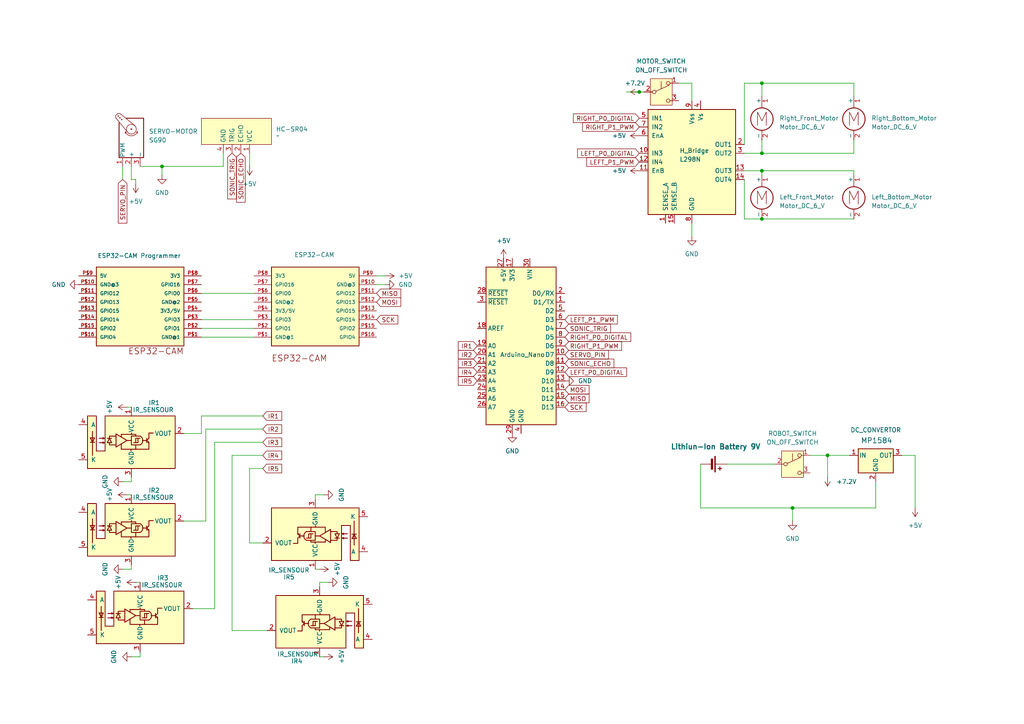
<source format=kicad_sch>
(kicad_sch (version 20231120) (generator "eeschema") (generator_version "8.0")
  (paper "A4")
  (lib_symbols
    (symbol "Device:Battery_Cell" (pin_numbers hide) (pin_names (offset 0) hide)
      (property "Reference" "BT" (at 2.54 2.54 0))
      (property "Value" "Battery_Cell" (at 2.54 0 0))
      (symbol "Battery_Cell_0_1"
        (rectangle (start -2.286 1.778) (end 2.286 1.524) (fill (type outline)))
        (rectangle (start -1.524 1.016) (end 1.524 0.508) (fill (type outline)))
        (polyline (pts (xy 0 0.762) (xy 0 0)))
        (polyline (pts (xy 0 1.778) (xy 0 2.54)))
        (polyline (pts (xy 0.762 3.048) (xy 1.778 3.048)) (stroke (width 0.254)))
        (polyline (pts (xy 1.27 3.556) (xy 1.27 2.54)) (stroke (width 0.254)))
      )
      (symbol "Battery_Cell_1_1"
        (pin passive line (at 0 5.08 270) (length 2.54) (name "+") (number "1"))
        (pin passive line (at 0 -2.54 90) (length 2.54) (name "-") (number "2"))
      )
    )
    (symbol "Driver_Motor:L298N" (pin_names (offset 1.016))
      (property "Reference" "U" (at -10.16 16.51 0))
      (property "Value" "L298N" (at 12.7 16.51 0))
      (symbol "L298N_0_1"
        (rectangle (start -12.7 15.24) (end 12.7 -15.24) (stroke (width 0.254)) (fill (type background)))
      )
      (symbol "L298N_1_1"
        (pin power_in line (at -7.62 -17.78 90) (length 2.54) (name "SENSE_A") (number "1"))
        (pin input line (at -15.24 2.54 0) (length 2.54) (name "IN3") (number "10"))
        (pin input line (at -15.24 -2.54 0) (length 2.54) (name "EnB") (number "11"))
        (pin input line (at -15.24 0 0) (length 2.54) (name "IN4") (number "12"))
        (pin output line (at 15.24 -2.54 180) (length 2.54) (name "OUT3") (number "13"))
        (pin output line (at 15.24 -5.08 180) (length 2.54) (name "OUT4") (number "14"))
        (pin power_in line (at -5.08 -17.78 90) (length 2.54) (name "SENSE_B") (number "15"))
        (pin output line (at 15.24 5.08 180) (length 2.54) (name "OUT1") (number "2"))
        (pin output line (at 15.24 2.54 180) (length 2.54) (name "OUT2") (number "3"))
        (pin power_in line (at 2.54 17.78 270) (length 2.54) (name "Vs") (number "4"))
        (pin input line (at -15.24 12.7 0) (length 2.54) (name "IN1") (number "5"))
        (pin input line (at -15.24 7.62 0) (length 2.54) (name "EnA") (number "6"))
        (pin input line (at -15.24 10.16 0) (length 2.54) (name "IN2") (number "7"))
        (pin power_in line (at 0 -17.78 90) (length 2.54) (name "GND") (number "8"))
        (pin power_in line (at 0 17.78 270) (length 2.54) (name "Vss") (number "9"))
      )
    )
    (symbol "ESP32-CAM:ESP32-CAM" (pin_names (offset 1.016))
      (property "Reference" "U" (at 0 0 0))
      (property "Value" "ESP32-CAM" (at 0 0 0))
      (symbol "ESP32-CAM_0_0"
        (rectangle (start -12.7 -10.16) (end 12.7 12.7) (stroke (width 0.254)) (fill (type background)))
        (text "ESP32-CAM" (at -12.7 15.24 0) (effects (font (size 1.778 1.778)) (justify left bottom)))
        (pin bidirectional line (at -17.78 10.16 0) (length 5.08) (name "GND@1") (number "P$1"))
        (pin bidirectional line (at 17.78 -5.08 180) (length 5.08) (name "GND@3") (number "P$10"))
        (pin bidirectional line (at 17.78 -2.54 180) (length 5.08) (name "GPIO12") (number "P$11"))
        (pin bidirectional line (at 17.78 0 180) (length 5.08) (name "GPIO13") (number "P$12"))
        (pin bidirectional line (at 17.78 2.54 180) (length 5.08) (name "GPIO15") (number "P$13"))
        (pin bidirectional line (at 17.78 5.08 180) (length 5.08) (name "GPIO14") (number "P$14"))
        (pin bidirectional line (at 17.78 7.62 180) (length 5.08) (name "GPIO2") (number "P$15"))
        (pin bidirectional line (at 17.78 10.16 180) (length 5.08) (name "GPIO4") (number "P$16"))
        (pin bidirectional line (at -17.78 7.62 0) (length 5.08) (name "GPIO1") (number "P$2"))
        (pin bidirectional line (at -17.78 5.08 0) (length 5.08) (name "GPIO3") (number "P$3"))
        (pin bidirectional line (at -17.78 2.54 0) (length 5.08) (name "3V3/5V") (number "P$4"))
        (pin bidirectional line (at -17.78 0 0) (length 5.08) (name "GND@2") (number "P$5"))
        (pin bidirectional line (at -17.78 -2.54 0) (length 5.08) (name "GPIO0") (number "P$6"))
        (pin bidirectional line (at -17.78 -5.08 0) (length 5.08) (name "GPIO16") (number "P$7"))
        (pin bidirectional line (at -17.78 -7.62 0) (length 5.08) (name "3V3") (number "P$8"))
        (pin bidirectional line (at 17.78 -7.62 180) (length 5.08) (name "5V") (number "P$9"))
      )
    )
    (symbol "MCU_Module:Arduino_Nano_v3.x"
      (property "Reference" "A" (at -10.16 23.495 0))
      (property "Value" "Arduino_Nano_v3.x" (at 5.08 -24.13 0))
      (symbol "Arduino_Nano_v3.x_0_1"
        (rectangle (start -10.16 22.86) (end 10.16 -22.86) (stroke (width 0.254)) (fill (type background)))
      )
      (symbol "Arduino_Nano_v3.x_1_1"
        (pin bidirectional line (at -12.7 12.7 0) (length 2.54) (name "D1/TX") (number "1"))
        (pin bidirectional line (at -12.7 -2.54 0) (length 2.54) (name "D7") (number "10"))
        (pin bidirectional line (at -12.7 -5.08 0) (length 2.54) (name "D8") (number "11"))
        (pin bidirectional line (at -12.7 -7.62 0) (length 2.54) (name "D9") (number "12"))
        (pin bidirectional line (at -12.7 -10.16 0) (length 2.54) (name "D10") (number "13"))
        (pin bidirectional line (at -12.7 -12.7 0) (length 2.54) (name "D11") (number "14"))
        (pin bidirectional line (at -12.7 -15.24 0) (length 2.54) (name "D12") (number "15"))
        (pin bidirectional line (at -12.7 -17.78 0) (length 2.54) (name "D13") (number "16"))
        (pin power_out line (at 2.54 25.4 270) (length 2.54) (name "3V3") (number "17"))
        (pin input line (at 12.7 5.08 180) (length 2.54) (name "AREF") (number "18"))
        (pin bidirectional line (at 12.7 0 180) (length 2.54) (name "A0") (number "19"))
        (pin bidirectional line (at -12.7 15.24 0) (length 2.54) (name "D0/RX") (number "2"))
        (pin bidirectional line (at 12.7 -2.54 180) (length 2.54) (name "A1") (number "20"))
        (pin bidirectional line (at 12.7 -5.08 180) (length 2.54) (name "A2") (number "21"))
        (pin bidirectional line (at 12.7 -7.62 180) (length 2.54) (name "A3") (number "22"))
        (pin bidirectional line (at 12.7 -10.16 180) (length 2.54) (name "A4") (number "23"))
        (pin bidirectional line (at 12.7 -12.7 180) (length 2.54) (name "A5") (number "24"))
        (pin bidirectional line (at 12.7 -15.24 180) (length 2.54) (name "A6") (number "25"))
        (pin bidirectional line (at 12.7 -17.78 180) (length 2.54) (name "A7") (number "26"))
        (pin power_out line (at 5.08 25.4 270) (length 2.54) (name "+5V") (number "27"))
        (pin input line (at 12.7 15.24 180) (length 2.54) (name "~{RESET}") (number "28"))
        (pin power_in line (at 2.54 -25.4 90) (length 2.54) (name "GND") (number "29"))
        (pin input line (at 12.7 12.7 180) (length 2.54) (name "~{RESET}") (number "3"))
        (pin power_in line (at -2.54 25.4 270) (length 2.54) (name "VIN") (number "30"))
        (pin power_in line (at 0 -25.4 90) (length 2.54) (name "GND") (number "4"))
        (pin bidirectional line (at -12.7 10.16 0) (length 2.54) (name "D2") (number "5"))
        (pin bidirectional line (at -12.7 7.62 0) (length 2.54) (name "D3") (number "6"))
        (pin bidirectional line (at -12.7 5.08 0) (length 2.54) (name "D4") (number "7"))
        (pin bidirectional line (at -12.7 2.54 0) (length 2.54) (name "D5") (number "8"))
        (pin bidirectional line (at -12.7 0 0) (length 2.54) (name "D6") (number "9"))
      )
    )
    (symbol "Motor:Motor_DC" (pin_names (offset 0))
      (property "Reference" "M" (at 2.54 2.54 0))
      (property "Value" "Motor_DC" (at 2.54 -5.08 0))
      (symbol "Motor_DC_0_0"
        (polyline (pts (xy -1.27 -3.302) (xy -1.27 0.508) (xy 0 -2.032) (xy 1.27 0.508) (xy 1.27 -3.302)))
      )
      (symbol "Motor_DC_0_1"
        (circle (center 0 -1.524) (radius 3.2512) (stroke (width 0.254)))
        (polyline (pts (xy 0 -7.62) (xy 0 -7.112)))
        (polyline (pts (xy 0 -4.7752) (xy 0 -5.1816)))
        (polyline (pts (xy 0 1.7272) (xy 0 2.0828)))
        (polyline (pts (xy 0 2.032) (xy 0 2.54)))
      )
      (symbol "Motor_DC_1_1"
        (pin passive line (at 0 5.08 270) (length 2.54) (name "+") (number "1"))
        (pin passive line (at 0 -7.62 90) (length 2.54) (name "-") (number "2"))
      )
    )
    (symbol "Motor:Motor_Servo" (pin_names (offset 0.0254))
      (property "Reference" "M" (at -5.08 4.445 0))
      (property "Value" "Motor_Servo" (at -5.08 -4.064 0))
      (symbol "Motor_Servo_0_1"
        (polyline (pts (xy 2.413 -1.778) (xy 2.032 -1.778)))
        (polyline (pts (xy 2.413 -1.778) (xy 2.286 -1.397)))
        (polyline (pts (xy 2.413 1.778) (xy 1.905 1.778)))
        (polyline (pts (xy 2.413 1.778) (xy 2.286 1.397)))
        (polyline (pts (xy 6.35 4.445) (xy 2.54 1.27)))
        (polyline (pts (xy 7.62 3.175) (xy 4.191 -1.016)))
        (polyline (pts (xy 5.08 3.556) (xy -5.08 3.556) (xy -5.08 -3.556) (xy 6.35 -3.556) (xy 6.35 1.524)) (stroke (width 0.254)))
        (arc (start 2.413 1.778) (mid 1.2406 0) (end 2.413 -1.778))
        (circle (center 3.175 0) (radius 0.1778))
        (circle (center 3.175 0) (radius 1.4224))
        (circle (center 5.969 2.794) (radius 0.127))
        (circle (center 6.477 3.302) (radius 0.127))
        (circle (center 6.985 3.81) (radius 0.127))
        (arc (start 7.62 3.175) (mid 7.4485 4.2735) (end 6.35 4.445))
      )
      (symbol "Motor_Servo_1_1"
        (pin passive line (at -7.62 2.54 0) (length 2.54) (name "PWM") (number "1"))
        (pin passive line (at -7.62 0 0) (length 2.54) (name "+") (number "2"))
        (pin passive line (at -7.62 -2.54 0) (length 2.54) (name "-") (number "3"))
      )
    )
    (symbol "Regulator_Switching:R-78C12-1.0" (pin_names (offset 0.254))
      (property "Reference" "U" (at -3.81 3.175 0))
      (property "Value" "R-78C12-1.0" (at 0 3.175 0))
      (symbol "R-78C12-1.0_0_1"
        (rectangle (start -5.08 1.905) (end 5.08 -5.08) (stroke (width 0.254)) (fill (type background)))
      )
      (symbol "R-78C12-1.0_1_1"
        (pin power_in line (at -7.62 0 0) (length 2.54) (name "IN") (number "1"))
        (pin power_in line (at 0 -7.62 90) (length 2.54) (name "GND") (number "2"))
        (pin power_out line (at 7.62 0 180) (length 2.54) (name "OUT") (number "3"))
      )
    )
    (symbol "Sensor_Distance:HC-SR04"
      (property "Reference" "HC-SR04" (at 1.016 -5.08 0))
      (symbol "HC-SR04_1_0"
        (pin power_in line (at -3.81 6.35 270) (length 2.54) (name "VCC") (number "1"))
      )
      (symbol "HC-SR04_1_1"
        (rectangle (start -10.16 3.81) (end 10.16 -3.81) (stroke (width 0) (color 132 0 0 1)) (fill (type background)))
        (pin input line (at -1.27 6.35 270) (length 2.54) (name "ECHO") (number "2"))
        (pin output line (at 1.27 6.35 270) (length 2.54) (name "TRIG") (number "3"))
        (pin power_in line (at 3.81 6.35 270) (length 2.54) (name "GND") (number "4"))
      )
    )
    (symbol "Sensor_Proximity:LG206D" (pin_names (offset 1.016))
      (property "Reference" "U" (at -11.43 8.89 0))
      (property "Value" "LG206D" (at 3.556 8.89 0))
      (symbol "LG206D_0_1"
        (polyline (pts (xy -11.9126 0) (xy -10.6426 0)) (stroke (width 0.254)))
        (polyline (pts (xy -11.2776 -3.81) (xy -11.2776 3.175)) (stroke (width 0.254)))
        (polyline (pts (xy -6.985 1.143) (xy -5.715 1.143)) (stroke (width 0.254)))
        (polyline (pts (xy -2.921 1.524) (xy -2.921 2.286)) (stroke (width 0.254)))
        (polyline (pts (xy -2.921 2.286) (xy 1.27 2.286)) (stroke (width 0.254)))
        (polyline (pts (xy -1.27 0.508) (xy 0 0.508)) (stroke (width 0.254)))
        (polyline (pts (xy -0.1016 -2.5146) (xy -0.1016 -2.0828)) (stroke (width 0.254)))
        (polyline (pts (xy 0 1.778) (xy 2.54 1.778)) (stroke (width 0.254)))
        (polyline (pts (xy 0.0254 2.3114) (xy 0.0254 2.7178)) (stroke (width 0.254)))
        (polyline (pts (xy 1.27 1.9304) (xy 1.27 2.286)) (stroke (width 0.254)))
        (polyline (pts (xy 3.175 0.508) (xy 4.445 0.508)) (stroke (width 0.254)))
        (polyline (pts (xy 4.445 0.508) (xy 5.08 -0.127)) (stroke (width 0.254)))
        (polyline (pts (xy 4.445 0.508) (xy 5.08 1.143)) (stroke (width 0.254)))
        (polyline (pts (xy 4.445 1.143) (xy 4.445 -0.127)) (stroke (width 0.254)))
        (polyline (pts (xy -9.3472 -0.127) (xy -7.8232 -0.127) (xy -8.2296 0.0762)) (stroke (width 0.254)))
        (polyline (pts (xy -9.3472 1.143) (xy -7.8232 1.143) (xy -8.2296 1.3462)) (stroke (width 0.254)))
        (polyline (pts (xy -8.2296 0.0762) (xy -8.2296 -0.3302) (xy -7.8232 -0.127)) (stroke (width 0.254)))
        (polyline (pts (xy -8.2296 1.3462) (xy -8.2296 0.9398) (xy -7.8232 1.143)) (stroke (width 0.254)))
        (polyline (pts (xy -6.35 -0.127) (xy -6.35 -0.762) (xy -4.445 -0.762)) (stroke (width 0.254)))
        (polyline (pts (xy -6.35 1.143) (xy -6.35 1.778) (xy -4.445 1.778)) (stroke (width 0.254)))
        (polyline (pts (xy 0 1.778) (xy 0 -0.762) (xy 2.54 -0.762)) (stroke (width 0.254)))
        (polyline (pts (xy 1.27 -2.032) (xy -2.921 -2.032) (xy -2.921 -0.508)) (stroke (width 0.254)))
        (polyline (pts (xy 1.905 1.143) (xy 1.27 1.143) (xy 1.27 -0.127)) (stroke (width 0.254)))
        (polyline (pts (xy 5.08 1.143) (xy 5.08 2.667) (xy 6.35 2.667)) (stroke (width 0.254)))
        (polyline (pts (xy -11.9126 1.27) (xy -10.6426 1.27) (xy -11.2776 0) (xy -11.9126 1.27)) (stroke (width 0.254)))
        (polyline (pts (xy -6.985 -0.127) (xy -5.715 -0.127) (xy -6.35 1.143) (xy -6.985 -0.127)) (stroke (width 0.254)))
        (polyline (pts (xy -4.445 2.413) (xy -4.445 -1.397) (xy -1.27 0.508) (xy -4.445 2.413)) (stroke (width 0.254)))
        (polyline (pts (xy 0.635 -0.127) (xy 1.905 -0.127) (xy 1.905 1.143) (xy 2.54 1.143)) (stroke (width 0.254)))
        (polyline (pts (xy 1.27 -0.762) (xy 1.27 -2.032) (xy 5.08 -2.032) (xy 5.08 -0.127)) (stroke (width 0.254)))
        (polyline (pts (xy 5.08 -0.127) (xy 4.826 -0.0762) (xy 5.0292 0.127) (xy 5.08 -0.127)) (stroke (width 0.254)))
        (polyline (pts (xy -12.7 -7.62) (xy 12.7 -7.62) (xy 12.7 7.62) (xy -7.62 7.62) (xy -7.62 -2.54) (xy -10.16 -2.54) (xy -10.16 7.62) (xy -12.7 7.62) (xy -12.7 -7.62)) (stroke (width 0.254)) (fill (type background)))
        (arc (start 2.54 -0.762) (mid 3.3249 0.508) (end 2.54 1.778) (stroke (width 0.254)))
      )
      (symbol "LG206D_1_1"
        (pin power_in line (at 0 10.16 270) (length 2.54) (name "VCC") (number "1"))
        (pin open_collector line (at 15.24 2.54 180) (length 2.54) (name "VOUT") (number "2"))
        (pin power_in line (at 0 -10.16 90) (length 2.54) (name "GND") (number "3"))
        (pin passive line (at -15.24 5.08 0) (length 2.54) (name "A") (number "4"))
        (pin passive line (at -15.24 -5.08 0) (length 2.54) (name "K") (number "5"))
      )
    )
    (symbol "Switch:SW_Push_SPDT" (pin_names (offset 0) hide)
      (property "Reference" "SW" (at 0 5.08 0))
      (property "Value" "SW_Push_SPDT" (at 0 -5.08 0))
      (symbol "SW_Push_SPDT_0_0"
        (circle (center -2.032 0) (radius 0.508))
        (polyline (pts (xy 0 1.016) (xy 0 3.048)))
        (circle (center 2.032 -2.54) (radius 0.508))
      )
      (symbol "SW_Push_SPDT_0_1"
        (polyline (pts (xy -1.524 0.2032) (xy 2.3368 1.9812)))
        (circle (center 2.032 2.54) (radius 0.508))
      )
      (symbol "SW_Push_SPDT_1_1"
        (rectangle (start -3.175 3.81) (end 3.175 -3.81) (fill (type background)))
        (pin passive line (at 5.08 2.54 180) (length 2.54) (name "A") (number "1"))
        (pin passive line (at -5.08 0 0) (length 2.54) (name "B") (number "2"))
        (pin passive line (at 5.08 -2.54 180) (length 2.54) (name "C") (number "3"))
      )
    )
    (symbol "power:+5V" (power) (pin_numbers hide) (pin_names (offset 0) hide)
      (property "Value" "+5V" (at 0 3.556 0))
      (symbol "+5V_0_1"
        (polyline (pts (xy -0.762 1.27) (xy 0 2.54)))
        (polyline (pts (xy 0 0) (xy 0 2.54)))
        (polyline (pts (xy 0 2.54) (xy 0.762 1.27)))
      )
      (symbol "+5V_1_1"
        (pin power_in line (at 0 0 90) (length 0) (name "~") (number "1"))
      )
    )
    (symbol "power:+9V" (power) (pin_numbers hide) (pin_names (offset 0) hide)
      (property "Value" "+9V" (at 0 3.556 0))
      (symbol "+9V_0_1"
        (polyline (pts (xy -0.762 1.27) (xy 0 2.54)))
        (polyline (pts (xy 0 0) (xy 0 2.54)))
        (polyline (pts (xy 0 2.54) (xy 0.762 1.27)))
      )
      (symbol "+9V_1_1"
        (pin power_in line (at 0 0 90) (length 0) (name "~") (number "1"))
      )
    )
    (symbol "power:GND" (power) (pin_numbers hide) (pin_names (offset 0) hide)
      (property "Value" "GND" (at 0 -3.81 0))
      (symbol "GND_0_1"
        (polyline (pts (xy 0 0) (xy 0 -1.27) (xy 1.27 -1.27) (xy 0 -2.54) (xy -1.27 -1.27) (xy 0 -1.27)))
      )
      (symbol "GND_1_1"
        (pin power_in line (at 0 0 270) (length 0) (name "~") (number "1"))
      )
    )
  )
  (junction (at 220.98 49.53))
  (junction (at 185.42 26.67))
  (junction (at 229.87 147.32))
  (junction (at 46.99 48.26))
  (junction (at 220.98 63.5))
  (junction (at 220.98 24.13))
  (junction (at 240.03 132.08))
  (junction (at 220.98 44.45))
  (wire (pts (xy 62.23 128.27) (xy 76.2 128.27)))
  (wire (pts (xy 92.71 168.91) (xy 92.71 170.18)))
  (wire (pts (xy 229.87 147.32) (xy 229.87 151.13)))
  (wire (pts (xy 185.42 26.67) (xy 186.69 26.67)))
  (wire (pts (xy 196.85 24.13) (xy 200.66 24.13)))
  (wire (pts (xy 39.37 52.07) (xy 39.37 53.34)))
  (wire (pts (xy 215.9 24.13) (xy 215.9 41.91)))
  (wire (pts (xy 59.69 124.46) (xy 76.2 124.46)))
  (wire (pts (xy 62.23 176.53) (xy 62.23 128.27)))
  (wire (pts (xy 203.2 134.62) (xy 203.2 147.32)))
  (wire (pts (xy 91.44 143.51) (xy 93.98 143.51)))
  (wire (pts (xy 53.34 151.13) (xy 59.69 151.13)))
  (wire (pts (xy 46.99 48.26) (xy 46.99 50.8)))
  (wire (pts (xy 58.42 125.73) (xy 58.42 120.65)))
  (wire (pts (xy 40.64 168.91) (xy 39.37 168.91)))
  (wire (pts (xy 39.37 52.07) (xy 38.1 52.07)))
  (wire (pts (xy 58.42 97.79) (xy 73.66 97.79)))
  (wire (pts (xy 72.39 157.48) (xy 72.39 135.89)))
  (wire (pts (xy 58.42 92.71) (xy 73.66 92.71)))
  (wire (pts (xy 77.47 182.88) (xy 67.31 182.88)))
  (wire (pts (xy 46.99 48.26) (xy 64.77 48.26)))
  (wire (pts (xy 220.98 50.8) (xy 220.98 49.53)))
  (wire (pts (xy 38.1 52.07) (xy 38.1 48.26)))
  (wire (pts (xy 109.22 80.01) (xy 111.76 80.01)))
  (wire (pts (xy 67.31 132.08) (xy 76.2 132.08)))
  (wire (pts (xy 261.62 132.08) (xy 265.43 132.08)))
  (wire (pts (xy 215.9 52.07) (xy 215.9 63.5)))
  (wire (pts (xy 40.64 190.5) (xy 38.1 190.5)))
  (wire (pts (xy 181.61 26.67) (xy 185.42 26.67)))
  (wire (pts (xy 200.66 24.13) (xy 200.66 29.21)))
  (wire (pts (xy 247.65 24.13) (xy 247.65 27.94)))
  (wire (pts (xy 246.38 132.08) (xy 240.03 132.08)))
  (wire (pts (xy 220.98 63.5) (xy 247.65 63.5)))
  (wire (pts (xy 72.39 44.45) (xy 72.39 48.26)))
  (wire (pts (xy 72.39 135.89) (xy 76.2 135.89)))
  (wire (pts (xy 91.44 143.51) (xy 91.44 144.78)))
  (wire (pts (xy 229.87 147.32) (xy 203.2 147.32)))
  (wire (pts (xy 38.1 165.1) (xy 35.56 165.1)))
  (wire (pts (xy 58.42 120.65) (xy 76.2 120.65)))
  (wire (pts (xy 92.71 168.91) (xy 95.25 168.91)))
  (wire (pts (xy 220.98 24.13) (xy 220.98 27.94)))
  (wire (pts (xy 38.1 143.51) (xy 36.83 143.51)))
  (wire (pts (xy 215.9 63.5) (xy 220.98 63.5)))
  (wire (pts (xy 67.31 182.88) (xy 67.31 132.08)))
  (wire (pts (xy 76.2 157.48) (xy 72.39 157.48)))
  (wire (pts (xy 220.98 49.53) (xy 247.65 49.53)))
  (wire (pts (xy 46.99 48.26) (xy 40.64 48.26)))
  (wire (pts (xy 215.9 49.53) (xy 220.98 49.53)))
  (wire (pts (xy 58.42 95.25) (xy 73.66 95.25)))
  (wire (pts (xy 38.1 165.1) (xy 38.1 163.83)))
  (wire (pts (xy 254 139.7) (xy 254 147.32)))
  (wire (pts (xy 240.03 132.08) (xy 240.03 138.43)))
  (wire (pts (xy 38.1 139.7) (xy 38.1 138.43)))
  (wire (pts (xy 109.22 82.55) (xy 111.76 82.55)))
  (wire (pts (xy 38.1 139.7) (xy 35.56 139.7)))
  (wire (pts (xy 215.9 24.13) (xy 220.98 24.13)))
  (wire (pts (xy 35.56 52.07) (xy 35.56 48.26)))
  (wire (pts (xy 234.95 132.08) (xy 240.03 132.08)))
  (wire (pts (xy 215.9 44.45) (xy 220.98 44.45)))
  (wire (pts (xy 265.43 132.08) (xy 265.43 147.32)))
  (wire (pts (xy 58.42 85.09) (xy 73.66 85.09)))
  (wire (pts (xy 64.77 48.26) (xy 64.77 44.45)))
  (wire (pts (xy 40.64 190.5) (xy 40.64 189.23)))
  (wire (pts (xy 220.98 24.13) (xy 247.65 24.13)))
  (wire (pts (xy 220.98 40.64) (xy 220.98 44.45)))
  (wire (pts (xy 247.65 44.45) (xy 247.65 40.64)))
  (wire (pts (xy 53.34 125.73) (xy 58.42 125.73)))
  (wire (pts (xy 220.98 44.45) (xy 247.65 44.45)))
  (wire (pts (xy 247.65 49.53) (xy 247.65 50.8)))
  (wire (pts (xy 92.71 190.5) (xy 93.98 190.5)))
  (wire (pts (xy 38.1 118.11) (xy 36.83 118.11)))
  (wire (pts (xy 91.44 165.1) (xy 92.71 165.1)))
  (wire (pts (xy 200.66 64.77) (xy 200.66 68.58)))
  (wire (pts (xy 210.82 134.62) (xy 224.79 134.62)))
  (wire (pts (xy 254 147.32) (xy 229.87 147.32)))
  (wire (pts (xy 55.88 176.53) (xy 62.23 176.53)))
  (wire (pts (xy 59.69 151.13) (xy 59.69 124.46)))
  (global_label "IR2" (shape input) (at 76.2 124.46 0) (property "Intersheetrefs" "${INTERSHEET_REFS}" (effects (hide yes))))
  (global_label "RIGHT_P0_DIGITAL" (shape input) (at 163.83 97.79 0) (property "Intersheetrefs" "${INTERSHEET_REFS}" (effects (hide yes))))
  (global_label "IR1" (shape input) (at 76.2 120.65 0) (property "Intersheetrefs" "${INTERSHEET_REFS}" (effects (hide yes))))
  (global_label "IR4" (shape input) (at 138.43 107.95 180) (property "Intersheetrefs" "${INTERSHEET_REFS}" (effects (hide yes))))
  (global_label "RIGHT_P0_DIGITAL" (shape input) (at 185.42 34.29 180) (property "Intersheetrefs" "${INTERSHEET_REFS}" (effects (hide yes))))
  (global_label "MISO" (shape input) (at 163.83 115.57 0) (property "Intersheetrefs" "${INTERSHEET_REFS}" (effects (hide yes))))
  (global_label "SONIC_ECHO" (shape input) (at 163.83 105.41 0) (property "Intersheetrefs" "${INTERSHEET_REFS}" (effects (hide yes))))
  (global_label "IR5" (shape input) (at 138.43 110.49 180) (property "Intersheetrefs" "${INTERSHEET_REFS}" (effects (hide yes))))
  (global_label "MISO" (shape input) (at 109.22 85.09 0) (property "Intersheetrefs" "${INTERSHEET_REFS}" (effects (hide yes))))
  (global_label "RIGHT_P1_PWM" (shape input) (at 163.83 100.33 0) (property "Intersheetrefs" "${INTERSHEET_REFS}" (effects (hide yes))))
  (global_label "SONIC_TRIG" (shape input) (at 67.31 44.45 270) (property "Intersheetrefs" "${INTERSHEET_REFS}" (effects (hide yes))))
  (global_label "IR5" (shape input) (at 76.2 135.89 0) (property "Intersheetrefs" "${INTERSHEET_REFS}" (effects (hide yes))))
  (global_label "IR4" (shape input) (at 76.2 132.08 0) (property "Intersheetrefs" "${INTERSHEET_REFS}" (effects (hide yes))))
  (global_label "IR2" (shape input) (at 138.43 102.87 180) (property "Intersheetrefs" "${INTERSHEET_REFS}" (effects (hide yes))))
  (global_label "MOSI" (shape input) (at 109.22 87.63 0) (property "Intersheetrefs" "${INTERSHEET_REFS}" (effects (hide yes))))
  (global_label "SCK" (shape input) (at 163.83 118.11 0) (property "Intersheetrefs" "${INTERSHEET_REFS}" (effects (hide yes))))
  (global_label "SCK" (shape input) (at 109.22 92.71 0) (property "Intersheetrefs" "${INTERSHEET_REFS}" (effects (hide yes))))
  (global_label "IR3" (shape input) (at 138.43 105.41 180) (property "Intersheetrefs" "${INTERSHEET_REFS}" (effects (hide yes))))
  (global_label "LEFT_P1_PWM" (shape input) (at 185.42 46.99 180) (property "Intersheetrefs" "${INTERSHEET_REFS}" (effects (hide yes))))
  (global_label "SONIC_ECHO" (shape input) (at 69.85 44.45 270) (property "Intersheetrefs" "${INTERSHEET_REFS}" (effects (hide yes))))
  (global_label "MOSI" (shape input) (at 163.83 113.03 0) (property "Intersheetrefs" "${INTERSHEET_REFS}" (effects (hide yes))))
  (global_label "LEFT_P0_DIGITAL" (shape input) (at 185.42 44.45 180) (property "Intersheetrefs" "${INTERSHEET_REFS}" (effects (hide yes))))
  (global_label "SERVO_PIN" (shape input) (at 163.83 102.87 0) (property "Intersheetrefs" "${INTERSHEET_REFS}" (effects (hide yes))))
  (global_label "IR1" (shape input) (at 138.43 100.33 180) (property "Intersheetrefs" "${INTERSHEET_REFS}" (effects (hide yes))))
  (global_label "SONIC_TRIG" (shape input) (at 163.83 95.25 0) (property "Intersheetrefs" "${INTERSHEET_REFS}" (effects (hide yes))))
  (global_label "IR3" (shape input) (at 76.2 128.27 0) (property "Intersheetrefs" "${INTERSHEET_REFS}" (effects (hide yes))))
  (global_label "SERVO_PIN" (shape input) (at 35.56 52.07 270) (property "Intersheetrefs" "${INTERSHEET_REFS}" (effects (hide yes))))
  (global_label "LEFT_P0_DIGITAL" (shape input) (at 163.83 107.95 0) (property "Intersheetrefs" "${INTERSHEET_REFS}" (effects (hide yes))))
  (global_label "RIGHT_P1_PWM" (shape input) (at 185.42 36.83 180) (property "Intersheetrefs" "${INTERSHEET_REFS}" (effects (hide yes))))
  (global_label "LEFT_P1_PWM" (shape input) (at 163.83 92.71 0) (property "Intersheetrefs" "${INTERSHEET_REFS}" (effects (hide yes))))
  (symbol (lib_id "power:+5V") (at 39.37 53.34 180) (unit 1)
    (property "Reference" "#PWR08" (effects (hide yes)))
    (property "Value" "+5V" (at 39.37 58.42 0))
    (property "Description" "Power symbol creates a global label with name \"+5V\"" (effects (hide yes)))
  )
  (symbol (lib_id "Sensor_Proximity:LG206D") (at 91.44 154.94 180) (unit 1)
    (property "Reference" "IR5" (at 83.82 167.386 0))
    (property "Value" "IR_SENSOUR" (at 83.82 165.354 0))
    (property "Footprint" "OptoDevice:Kodenshi_LG206D" (effects (hide yes)))
    (property "Datasheet" "http://kodenshi.co.jp/products/pdf/sensor/photointerrupter_ic/LG206D.pdf" (effects (hide yes)))
    (property "Description" "Photointerrupter infrared LED with photo IC, non-inverting output, -0.5V to 17V VDD, -20 to +85 degree Celsius, LG206D" (effects (hide yes)))
  )
  (symbol (lib_id "Sensor_Distance:HC-SR04") (at 68.58 38.1 180) (unit 1)
    (property "Reference" "HC-SR04" (at 80.01 37.4649 0) (effects (justify right)))
    (property "Value" "~" (at 80.01 39.37 0) (effects (justify right)))
  )
  (symbol (lib_id "Driver_Motor:L298N") (at 200.66 46.99 0) (unit 1)
    (property "Reference" "H_Bridge" (at 197.104 43.688 0) (effects (justify left)))
    (property "Value" "L298N" (at 197.104 46.228 0) (effects (justify left)))
    (property "Footprint" "Package_TO_SOT_THT:TO-220-15_P2.54x2.54mm_StaggerOdd_Lead4.58mm_Vertical" (effects (hide yes)))
    (property "Datasheet" "http://www.st.com/st-web-ui/static/active/en/resource/technical/document/datasheet/CD00000240.pdf" (effects (hide yes)))
    (property "Description" "Dual full bridge motor driver, up to 46V, 4A, Multiwatt15-V" (effects (hide yes)))
  )
  (symbol (lib_id "power:+5V") (at 36.83 143.51 90) (unit 1)
    (property "Reference" "#PWR013" (effects (hide yes)))
    (property "Value" "+5V" (at 31.75 143.51 0))
    (property "Description" "Power symbol creates a global label with name \"+5V\"" (effects (hide yes)))
  )
  (symbol (lib_id "power:+5V") (at 265.43 147.32 180) (unit 1)
    (property "Reference" "#PWR03" (effects (hide yes)))
    (property "Value" "+5V" (at 265.43 152.4 0))
    (property "Description" "Power symbol creates a global label with name \"+5V\"" (effects (hide yes)))
  )
  (symbol (lib_id "power:GND") (at 93.98 143.51 90) (unit 1)
    (property "Reference" "#PWR017" (effects (hide yes)))
    (property "Value" "GND" (at 99.06 143.51 0))
    (property "Description" "Power symbol creates a global label with name \"GND\" , ground" (effects (hide yes)))
  )
  (symbol (lib_id "power:GND") (at 229.87 151.13 0) (unit 1)
    (property "Reference" "#PWR01" (effects (hide yes)))
    (property "Value" "GND" (at 229.87 156.21 0))
    (property "Description" "Power symbol creates a global label with name \"GND\" , ground" (effects (hide yes)))
  )
  (symbol (lib_id "Switch:SW_Push_SPDT") (at 191.77 26.67 0) (unit 1)
    (property "Reference" "MOTOR_SWITCH" (at 191.77 17.78 0))
    (property "Value" "ON_OFF_SWITCH" (at 191.77 20.32 0))
    (property "Description" "Momentary Switch, single pole double throw" (effects (hide yes)))
  )
  (symbol (lib_id "power:+5V") (at 72.39 48.26 180) (unit 1)
    (property "Reference" "#PWR07" (effects (hide yes)))
    (property "Value" "+5V" (at 72.39 53.34 0))
    (property "Description" "Power symbol creates a global label with name \"+5V\"" (effects (hide yes)))
  )
  (symbol (lib_id "power:GND") (at 35.56 165.1 270) (unit 1)
    (property "Reference" "#PWR012" (effects (hide yes)))
    (property "Value" "GND" (at 30.48 165.1 0))
    (property "Description" "Power symbol creates a global label with name \"GND\" , ground" (effects (hide yes)))
  )
  (symbol (lib_id "power:GND") (at 22.86 82.55 270) (unit 1)
    (property "Reference" "#PWR025" (effects (hide yes)))
    (property "Value" "GND" (at 19.05 82.5499 90) (effects (justify right)))
    (property "Description" "Power symbol creates a global label with name \"GND\" , ground" (effects (hide yes)))
  )
  (symbol (lib_id "Motor:Motor_DC") (at 220.98 33.02 0) (unit 1)
    (property "Reference" "Right_Front_Motor" (at 226.06 34.2899 0) (effects (justify left)))
    (property "Value" "Motor_DC_6_V" (at 226.06 36.8299 0) (effects (justify left)))
    (property "Description" "DC Motor" (effects (hide yes)))
  )
  (symbol (lib_id "Sensor_Proximity:LG206D") (at 40.64 179.07 0) (unit 1)
    (property "Reference" "IR3" (at 47.244 167.64 0))
    (property "Value" "IR_SENSOUR" (at 46.99 169.672 0))
    (property "Footprint" "OptoDevice:Kodenshi_LG206D" (effects (hide yes)))
    (property "Datasheet" "http://kodenshi.co.jp/products/pdf/sensor/photointerrupter_ic/LG206D.pdf" (effects (hide yes)))
    (property "Description" "Photointerrupter infrared LED with photo IC, non-inverting output, -0.5V to 17V VDD, -20 to +85 degree Celsius, LG206D" (effects (hide yes)))
  )
  (symbol (lib_id "power:GND") (at 38.1 190.5 270) (unit 1)
    (property "Reference" "#PWR014" (effects (hide yes)))
    (property "Value" "GND" (at 33.02 190.5 0))
    (property "Description" "Power symbol creates a global label with name \"GND\" , ground" (effects (hide yes)))
  )
  (symbol (lib_id "MCU_Module:Arduino_Nano_v3.x") (at 151.13 100.33 0) (mirror y) (unit 1)
    (property "Reference" "A1" (effects (hide yes)))
    (property "Value" "Arduino_Nano" (at 145.034 102.87 0) (effects (justify right)))
    (property "Footprint" "Module:Arduino_Nano" (effects (hide yes)))
    (property "Datasheet" "http://www.mouser.com/pdfdocs/Gravitech_Arduino_Nano3_0.pdf" (effects (hide yes)))
    (property "Description" "Arduino Nano v3.x" (effects (hide yes)))
  )
  (symbol (lib_id "Motor:Motor_DC") (at 247.65 33.02 0) (unit 1)
    (property "Reference" "Right_Bottom_Motor" (at 252.73 34.2899 0) (effects (justify left)))
    (property "Value" "Motor_DC_6_V" (at 252.73 36.8299 0) (effects (justify left)))
    (property "Description" "DC Motor" (effects (hide yes)))
  )
  (symbol (lib_id "Device:Battery_Cell") (at 205.74 134.62 270) (unit 1)
    (property "Reference" "Battery" (effects (hide yes)))
    (property "Value" "Lithiun-Ion Battery 9V" (at 207.5815 129.54 90) (effects (font (size 1.5 1.5) (bold yes))))
    (property "Description" "Single-cell battery" (effects (hide yes)))
  )
  (symbol (lib_id "power:GND") (at 95.25 168.91 90) (unit 1)
    (property "Reference" "#PWR019" (effects (hide yes)))
    (property "Value" "GND" (at 100.33 168.91 0))
    (property "Description" "Power symbol creates a global label with name \"GND\" , ground" (effects (hide yes)))
  )
  (symbol (lib_id "Regulator_Switching:R-78C12-1.0") (at 254 132.08 0) (unit 1)
    (property "Reference" "DC_CONVERTOR" (at 254 124.714 0))
    (property "Value" "MP1584" (at 254.254 127.762 0) (effects (font (size 1.5 1.5))))
    (property "Footprint" "Converter_DCDC:Converter_DCDC_RECOM_R-78E-0.5_THT" (effects (hide yes)))
    (property "Datasheet" "https://www.recom-power.com/pdf/Innoline/R-78Cxx-1.0.pdf" (effects (hide yes)))
    (property "Description" "1A Step-Down DC/DC-Regulator, 15-42V input, 12V fixed Output Voltage, LM78xx replacement, -40°C to +85°C, SIP3" (effects (hide yes)))
  )
  (symbol (lib_id "power:GND") (at 163.83 110.49 90) (mirror x) (unit 1)
    (property "Reference" "#PWR024" (effects (hide yes)))
    (property "Value" "GND" (at 167.64 110.4901 90) (effects (justify right)))
    (property "Description" "Power symbol creates a global label with name \"GND\" , ground" (effects (hide yes)))
  )
  (symbol (lib_id "power:+5V") (at 92.71 165.1 270) (unit 1)
    (property "Reference" "#PWR018" (effects (hide yes)))
    (property "Value" "+5V" (at 97.79 165.1 0))
    (property "Description" "Power symbol creates a global label with name \"+5V\"" (effects (hide yes)))
  )
  (symbol (lib_id "ESP32-CAM:ESP32-CAM") (at 91.44 87.63 0) (mirror x) (unit 1)
    (property "Reference" "U1" (effects (hide yes)))
    (property "Value" "ESP32-CAM" (at 91.186 73.914 0))
    (property "Footprint" "ESP32-CAM:ESP32-CAM" (effects (hide yes)))
    (property "MF" "AI-Thinker" (effects (hide yes)))
    (property "Description_1" "\nESP32 ESP32 Transceiver; 802.11 a/b/g/n (Wi-Fi, WiFi, WLAN), Bluetooth® Smart 4.x Low Energy (BLE) Evaluation Board\n" (effects (hide yes)))
    (property "Package" "None" (effects (hide yes)))
    (property "Price" "None" (effects (hide yes)))
    (property "SnapEDA_Link" "https://www.snapeda.com/parts/ESP32-CAM/AI-Thinker/view-part/?ref=snap" (effects (hide yes)))
    (property "MP" "ESP32-CAM" (effects (hide yes)))
    (property "Availability" "Not in stock" (effects (hide yes)))
    (property "Check_prices" "https://www.snapeda.com/parts/ESP32-CAM/AI-Thinker/view-part/?ref=eda" (effects (hide yes)))
  )
  (symbol (lib_id "power:GND") (at 46.99 50.8 0) (unit 1)
    (property "Reference" "#PWR06" (effects (hide yes)))
    (property "Value" "GND" (at 46.99 55.88 0))
    (property "Description" "Power symbol creates a global label with name \"GND\" , ground" (effects (hide yes)))
  )
  (symbol (lib_id "Sensor_Proximity:LG206D") (at 92.71 180.34 180) (unit 1)
    (property "Reference" "IR4" (at 86.106 191.77 0))
    (property "Value" "IR_SENSOUR" (at 86.36 189.738 0))
    (property "Footprint" "OptoDevice:Kodenshi_LG206D" (effects (hide yes)))
    (property "Datasheet" "http://kodenshi.co.jp/products/pdf/sensor/photointerrupter_ic/LG206D.pdf" (effects (hide yes)))
    (property "Description" "Photointerrupter infrared LED with photo IC, non-inverting output, -0.5V to 17V VDD, -20 to +85 degree Celsius, LG206D" (effects (hide yes)))
  )
  (symbol (lib_id "Switch:SW_Push_SPDT") (at 229.87 134.62 0) (unit 1)
    (property "Reference" "ROBOT_SWITCH" (at 229.87 125.73 0))
    (property "Value" "ON_OFF_SWITCH" (at 229.87 128.27 0))
    (property "Description" "Momentary Switch, single pole double throw" (effects (hide yes)))
  )
  (symbol (lib_id "power:GND") (at 35.56 139.7 270) (unit 1)
    (property "Reference" "#PWR010" (effects (hide yes)))
    (property "Value" "GND" (at 30.48 139.7 0))
    (property "Description" "Power symbol creates a global label with name \"GND\" , ground" (effects (hide yes)))
  )
  (symbol (lib_id "power:+9V") (at 240.03 138.43 180) (unit 1)
    (property "Reference" "#PWR02" (effects (hide yes)))
    (property "Value" "+7.2V" (at 242.57 139.6999 0) (effects (justify right)))
    (property "Description" "Power symbol creates a global label with name \"+9V\"" (effects (hide yes)))
  )
  (symbol (lib_id "power:+5V") (at 36.83 118.11 90) (unit 1)
    (property "Reference" "#PWR015" (effects (hide yes)))
    (property "Value" "+5V" (at 31.75 118.11 0))
    (property "Description" "Power symbol creates a global label with name \"+5V\"" (effects (hide yes)))
  )
  (symbol (lib_id "power:GND") (at 148.59 125.73 0) (mirror y) (unit 1)
    (property "Reference" "#PWR011" (effects (hide yes)))
    (property "Value" "GND" (at 148.59 130.81 0))
    (property "Description" "Power symbol creates a global label with name \"GND\" , ground" (effects (hide yes)))
  )
  (symbol (lib_id "Sensor_Proximity:LG206D") (at 38.1 128.27 0) (unit 1)
    (property "Reference" "IR1" (at 44.704 116.84 0))
    (property "Value" "IR_SENSOUR" (at 44.45 118.872 0))
    (property "Footprint" "OptoDevice:Kodenshi_LG206D" (effects (hide yes)))
    (property "Datasheet" "http://kodenshi.co.jp/products/pdf/sensor/photointerrupter_ic/LG206D.pdf" (effects (hide yes)))
    (property "Description" "Photointerrupter infrared LED with photo IC, non-inverting output, -0.5V to 17V VDD, -20 to +85 degree Celsius, LG206D" (effects (hide yes)))
  )
  (symbol (lib_id "power:+5V") (at 39.37 168.91 90) (unit 1)
    (property "Reference" "#PWR016" (effects (hide yes)))
    (property "Value" "+5V" (at 34.29 168.91 0))
    (property "Description" "Power symbol creates a global label with name \"+5V\"" (effects (hide yes)))
  )
  (symbol (lib_id "Motor:Motor_DC") (at 220.98 55.88 0) (unit 1)
    (property "Reference" "Left_Front_Motor" (at 226.06 57.1499 0) (effects (justify left)))
    (property "Value" "Motor_DC_6_V" (at 226.06 59.6899 0) (effects (justify left)))
    (property "Description" "DC Motor" (effects (hide yes)))
  )
  (symbol (lib_id "power:+9V") (at 185.42 26.67 90) (unit 1)
    (property "Reference" "#PWR05" (effects (hide yes)))
    (property "Value" "+7.2V" (at 184.15 24.13 90))
    (property "Description" "Power symbol creates a global label with name \"+9V\"" (effects (hide yes)))
  )
  (symbol (lib_id "Motor:Motor_DC") (at 247.65 55.88 0) (unit 1)
    (property "Reference" "Left_Bottom_Motor" (at 252.73 57.1499 0) (effects (justify left)))
    (property "Value" "Motor_DC_6_V" (at 252.73 59.6899 0) (effects (justify left)))
    (property "Description" "DC Motor" (effects (hide yes)))
  )
  (symbol (lib_id "power:+5V") (at 93.98 190.5 270) (unit 1)
    (property "Reference" "#PWR021" (effects (hide yes)))
    (property "Value" "+5V" (at 99.06 190.5 0))
    (property "Description" "Power symbol creates a global label with name \"+5V\"" (effects (hide yes)))
  )
  (symbol (lib_id "power:+5V") (at 185.42 49.53 90) (unit 1)
    (property "Reference" "#PWR023" (effects (hide yes)))
    (property "Value" "+5V" (at 181.61 49.5299 90) (effects (justify left)))
    (property "Description" "Power symbol creates a global label with name \"+5V\"" (effects (hide yes)))
  )
  (symbol (lib_id "power:+5V") (at 146.05 74.93 0) (mirror y) (unit 1)
    (property "Reference" "#PWR020" (effects (hide yes)))
    (property "Value" "+5V" (at 146.05 69.85 0))
    (property "Description" "Power symbol creates a global label with name \"+5V\"" (effects (hide yes)))
  )
  (symbol (lib_id "Sensor_Proximity:LG206D") (at 38.1 153.67 0) (unit 1)
    (property "Reference" "IR2" (at 44.704 142.24 0))
    (property "Value" "IR_SENSOUR" (at 44.45 144.272 0))
    (property "Footprint" "OptoDevice:Kodenshi_LG206D" (effects (hide yes)))
    (property "Datasheet" "http://kodenshi.co.jp/products/pdf/sensor/photointerrupter_ic/LG206D.pdf" (effects (hide yes)))
    (property "Description" "Photointerrupter infrared LED with photo IC, non-inverting output, -0.5V to 17V VDD, -20 to +85 degree Celsius, LG206D" (effects (hide yes)))
  )
  (symbol (lib_id "ESP32-CAM:ESP32-CAM") (at 40.64 87.63 180) (unit 1)
    (property "Reference" "U2" (effects (hide yes)))
    (property "Value" "ESP32-CAM Programmer" (at 40.386 74.168 0))
    (property "Footprint" "ESP32-CAM:ESP32-CAM" (effects (hide yes)))
    (property "MF" "AI-Thinker" (effects (hide yes)))
    (property "Description_1" "\nESP32 ESP32 Transceiver; 802.11 a/b/g/n (Wi-Fi, WiFi, WLAN), Bluetooth® Smart 4.x Low Energy (BLE) Evaluation Board\n" (effects (hide yes)))
    (property "Package" "None" (effects (hide yes)))
    (property "Price" "None" (effects (hide yes)))
    (property "SnapEDA_Link" "https://www.snapeda.com/parts/ESP32-CAM/AI-Thinker/view-part/?ref=snap" (effects (hide yes)))
    (property "MP" "ESP32-CAM" (effects (hide yes)))
    (property "Availability" "Not in stock" (effects (hide yes)))
    (property "Check_prices" "https://www.snapeda.com/parts/ESP32-CAM/AI-Thinker/view-part/?ref=eda" (effects (hide yes)))
  )
  (symbol (lib_id "power:+5V") (at 111.76 80.01 270) (mirror x) (unit 1)
    (property "Reference" "#PWR026" (effects (hide yes)))
    (property "Value" "+5V" (at 115.57 80.0101 90) (effects (justify left)))
    (property "Description" "Power symbol creates a global label with name \"+5V\"" (effects (hide yes)))
  )
  (symbol (lib_id "Motor:Motor_Servo") (at 38.1 40.64 90) (unit 1)
    (property "Reference" "SERVO-MOTOR" (at 43.18 38.111 90) (effects (justify right)))
    (property "Value" "SG90" (at 43.18 40.651 90) (effects (justify right)))
    (property "Datasheet" "http://forums.parallax.com/uploads/attachments/46831/74481.png" (effects (hide yes)))
    (property "Description" "Servo Motor (Futaba, HiTec, JR connector)" (effects (hide yes)))
  )
  (symbol (lib_id "power:+5V") (at 185.42 39.37 90) (unit 1)
    (property "Reference" "#PWR022" (effects (hide yes)))
    (property "Value" "+5V" (at 181.61 39.3699 90) (effects (justify left)))
    (property "Description" "Power symbol creates a global label with name \"+5V\"" (effects (hide yes)))
  )
  (symbol (lib_id "power:GND") (at 200.66 68.58 0) (unit 1)
    (property "Reference" "#PWR04" (effects (hide yes)))
    (property "Value" "GND" (at 200.66 73.66 0))
    (property "Description" "Power symbol creates a global label with name \"GND\" , ground" (effects (hide yes)))
  )
  (symbol (lib_id "power:GND") (at 111.76 82.55 90) (mirror x) (unit 1)
    (property "Reference" "#PWR027" (effects (hide yes)))
    (property "Value" "GND" (at 115.57 82.5501 90) (effects (justify right)))
    (property "Description" "Power symbol creates a global label with name \"GND\" , ground" (effects (hide yes)))
  )
)
</source>
